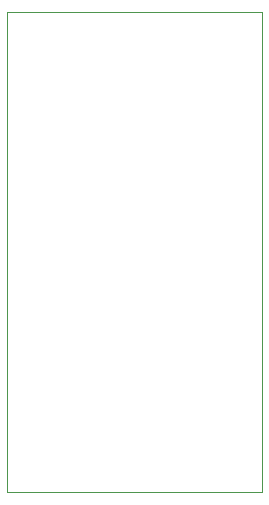
<source format=gbr>
G04 #@! TF.GenerationSoftware,KiCad,Pcbnew,(6.0.4)*
G04 #@! TF.CreationDate,2023-08-28T23:05:39+07:00*
G04 #@! TF.ProjectId,07-LM317-RippleRejection,30372d4c-4d33-4313-972d-526970706c65,rev?*
G04 #@! TF.SameCoordinates,Original*
G04 #@! TF.FileFunction,Profile,NP*
%FSLAX46Y46*%
G04 Gerber Fmt 4.6, Leading zero omitted, Abs format (unit mm)*
G04 Created by KiCad (PCBNEW (6.0.4)) date 2023-08-28 23:05:39*
%MOMM*%
%LPD*%
G01*
G04 APERTURE LIST*
G04 #@! TA.AperFunction,Profile*
%ADD10C,0.100000*%
G04 #@! TD*
G04 APERTURE END LIST*
D10*
X179070000Y-62230000D02*
X179070000Y-102870000D01*
X200660000Y-62230000D02*
X179070000Y-62230000D01*
X200660000Y-102870000D02*
X200660000Y-62230000D01*
X179070000Y-102870000D02*
X200660000Y-102870000D01*
M02*

</source>
